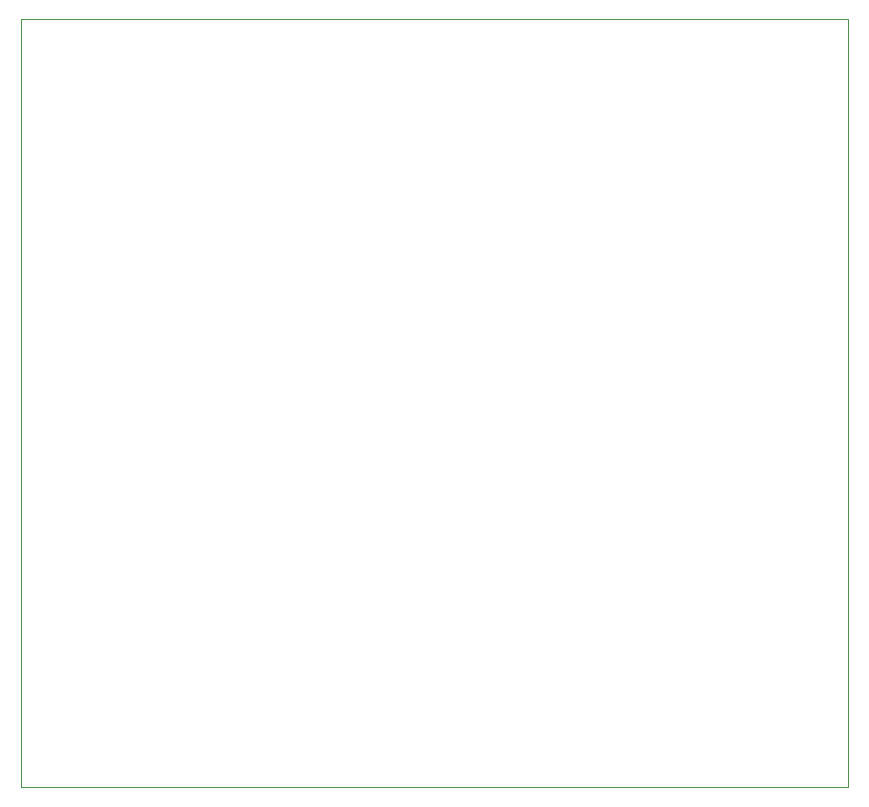
<source format=gbr>
%TF.GenerationSoftware,KiCad,Pcbnew,(5.0.1-3-g963ef8bb5)*%
%TF.CreationDate,2019-04-01T13:25:14-03:00*%
%TF.ProjectId,the_box,7468655F626F782E6B696361645F7063,rev?*%
%TF.SameCoordinates,Original*%
%TF.FileFunction,Profile,NP*%
%FSLAX46Y46*%
G04 Gerber Fmt 4.6, Leading zero omitted, Abs format (unit mm)*
G04 Created by KiCad (PCBNEW (5.0.1-3-g963ef8bb5)) date Monday, April 01, 2019 at 01:25:14 PM*
%MOMM*%
%LPD*%
G01*
G04 APERTURE LIST*
%ADD10C,0.100000*%
G04 APERTURE END LIST*
D10*
X189500000Y-128000000D02*
X119500000Y-128000000D01*
X189500000Y-63000000D02*
X189500000Y-128000000D01*
X119500000Y-63000000D02*
X189500000Y-63000000D01*
X119500000Y-63000000D02*
X119500000Y-128000000D01*
M02*

</source>
